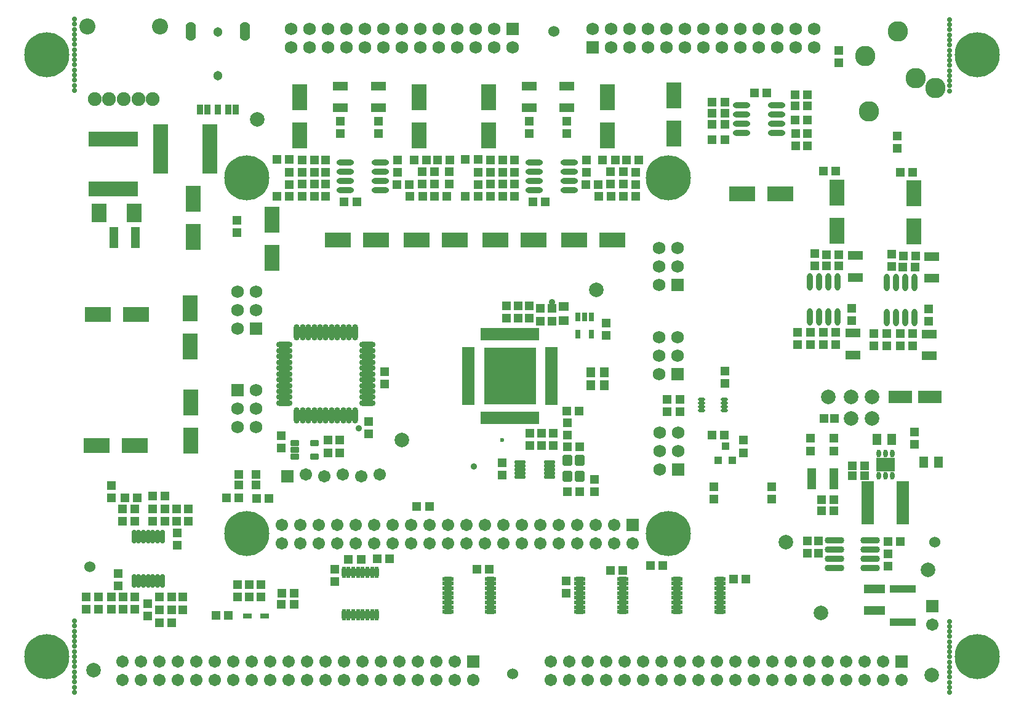
<source format=gts>
G04*
G04 #@! TF.GenerationSoftware,Altium Limited,Altium Designer,19.0.15 (446)*
G04*
G04 Layer_Color=8388736*
%FSLAX44Y44*%
%MOMM*%
G71*
G01*
G75*
%ADD63R,1.2032X1.2532*%
%ADD64R,1.2532X1.2032*%
%ADD65R,1.4032X1.2032*%
%ADD66R,1.2032X1.4032*%
%ADD67R,1.2032X1.6032*%
%ADD68R,1.2032X1.3032*%
%ADD69R,1.3032X1.2032*%
%ADD70C,2.0000*%
%ADD71R,2.0032X2.5032*%
%ADD72R,2.0532X3.6032*%
%ADD73C,0.6000*%
%ADD74O,1.0032X0.5032*%
%ADD75R,1.0032X1.1032*%
%ADD76R,2.1532X6.8032*%
%ADD77R,0.9032X1.4032*%
%ADD78R,3.6032X2.0532*%
%ADD79O,2.4032X0.8032*%
%ADD80R,2.0032X1.3032*%
%ADD81O,0.8032X2.4032*%
%ADD82O,1.6032X0.5032*%
%ADD83R,3.2032X1.8032*%
%ADD84R,1.3032X3.0032*%
%ADD85R,2.6032X1.8532*%
%ADD86O,0.6032X1.1032*%
%ADD87O,0.6532X1.6032*%
%ADD88O,1.6032X0.6532*%
%ADD89O,2.7032X0.9032*%
%ADD90R,0.5032X1.6532*%
%ADD91R,1.6532X0.5032*%
%ADD92R,7.2032X7.8232*%
%ADD93R,1.7272X5.9032*%
G04:AMPARAMS|DCode=94|XSize=1.6032mm|YSize=1.4032mm|CornerRadius=0.4016mm|HoleSize=0mm|Usage=FLASHONLY|Rotation=90.000|XOffset=0mm|YOffset=0mm|HoleType=Round|Shape=RoundedRectangle|*
%AMROUNDEDRECTD94*
21,1,1.6032,0.6000,0,0,90.0*
21,1,0.8000,1.4032,0,0,90.0*
1,1,0.8032,0.3000,0.4000*
1,1,0.8032,0.3000,-0.4000*
1,1,0.8032,-0.3000,-0.4000*
1,1,0.8032,-0.3000,0.4000*
%
%ADD94ROUNDEDRECTD94*%
%ADD95R,3.6332X1.0932*%
%ADD96R,1.2782X0.7032*%
%ADD97R,6.8032X2.1532*%
%ADD98R,0.8032X1.3032*%
G04:AMPARAMS|DCode=99|XSize=0.6532mm|YSize=1.8032mm|CornerRadius=0.1511mm|HoleSize=0mm|Usage=FLASHONLY|Rotation=180.000|XOffset=0mm|YOffset=0mm|HoleType=Round|Shape=RoundedRectangle|*
%AMROUNDEDRECTD99*
21,1,0.6532,1.5010,0,0,180.0*
21,1,0.3510,1.8032,0,0,180.0*
1,1,0.3022,-0.1755,0.7505*
1,1,0.3022,0.1755,0.7505*
1,1,0.3022,0.1755,-0.7505*
1,1,0.3022,-0.1755,-0.7505*
%
%ADD99ROUNDEDRECTD99*%
%ADD100O,2.2532X0.8032*%
%ADD101O,0.8032X2.2532*%
G04:AMPARAMS|DCode=102|XSize=0.8032mm|YSize=1.2032mm|CornerRadius=0.1526mm|HoleSize=0mm|Usage=FLASHONLY|Rotation=90.000|XOffset=0mm|YOffset=0mm|HoleType=Round|Shape=RoundedRectangle|*
%AMROUNDEDRECTD102*
21,1,0.8032,0.8980,0,0,90.0*
21,1,0.4980,1.2032,0,0,90.0*
1,1,0.3052,0.4490,0.2490*
1,1,0.3052,0.4490,-0.2490*
1,1,0.3052,-0.4490,-0.2490*
1,1,0.3052,-0.4490,0.2490*
%
%ADD102ROUNDEDRECTD102*%
%ADD103R,3.0032X1.3032*%
%ADD104R,1.7032X1.7032*%
%ADD105C,1.7032*%
%ADD106C,1.7532*%
%ADD107R,1.7532X1.7532*%
%ADD108C,0.7032*%
%ADD109R,1.7032X1.7032*%
%ADD110C,2.0032*%
%ADD111C,2.2032*%
%ADD112C,1.9032*%
%ADD113C,1.5240*%
%ADD114C,6.2032*%
%ADD115O,1.4112X2.6192*%
%ADD116C,1.3032*%
%ADD117C,2.8032*%
%ADD118R,1.7532X1.7532*%
%ADD119C,0.9032*%
D63*
X224250Y-630499D02*
D03*
Y-645499D02*
D03*
X247750Y-630499D02*
D03*
Y-645499D02*
D03*
D64*
X1043893Y-553683D02*
D03*
X1028893D02*
D03*
D65*
X671392Y-418998D02*
D03*
Y-399998D02*
D03*
D66*
X708049Y-507901D02*
D03*
X727049D02*
D03*
Y-490138D02*
D03*
X708049D02*
D03*
D67*
X1102000Y-582433D02*
D03*
X1122000D02*
D03*
X1166250Y-614183D02*
D03*
X1186250D02*
D03*
D68*
X1049269Y-343955D02*
D03*
X1032269D02*
D03*
X1137835Y-345225D02*
D03*
X1154835D02*
D03*
X1045459Y-435395D02*
D03*
X1028459D02*
D03*
X1134025Y-436665D02*
D03*
X1151025D02*
D03*
X115000Y-799684D02*
D03*
X132000D02*
D03*
X692750Y-654433D02*
D03*
X675750D02*
D03*
Y-592433D02*
D03*
X692750D02*
D03*
X735655Y-763032D02*
D03*
X752655D02*
D03*
X568570Y-760943D02*
D03*
X551570D02*
D03*
X105750Y-660534D02*
D03*
X122750D02*
D03*
X1042750Y-665683D02*
D03*
X1025750D02*
D03*
X1117111Y-723159D02*
D03*
X1134111D02*
D03*
X904630Y-775096D02*
D03*
X921630D02*
D03*
X441605Y-232057D02*
D03*
X458605D02*
D03*
X718135Y-232057D02*
D03*
X701135D02*
D03*
X645662Y-255893D02*
D03*
X628662D02*
D03*
X209750Y-824545D02*
D03*
X192750D02*
D03*
X282750Y-809182D02*
D03*
X299750D02*
D03*
X386133Y-255893D02*
D03*
X369132D02*
D03*
X675501Y-543951D02*
D03*
X692501D02*
D03*
X892407Y-118327D02*
D03*
X875407D02*
D03*
X989634Y-108110D02*
D03*
X1006634D02*
D03*
X1032660Y-328715D02*
D03*
X1049660D02*
D03*
X1155225Y-329985D02*
D03*
X1138225D02*
D03*
X1028459Y-213653D02*
D03*
X1045460D02*
D03*
X1151025Y-214923D02*
D03*
X1134025D02*
D03*
X1028459Y-452412D02*
D03*
X1045459D02*
D03*
X1151025Y-453682D02*
D03*
X1134025D02*
D03*
X84574Y-662741D02*
D03*
X67574D02*
D03*
X115000Y-816683D02*
D03*
X132000D02*
D03*
X115000Y-834433D02*
D03*
X132000D02*
D03*
X807330Y-755863D02*
D03*
X790330D02*
D03*
X431410Y-746974D02*
D03*
X414410D02*
D03*
X469020Y-674583D02*
D03*
X486020D02*
D03*
X375040Y-747500D02*
D03*
X392040D02*
D03*
X283250Y-793964D02*
D03*
X300250D02*
D03*
X1085000Y-632183D02*
D03*
X1068000D02*
D03*
X1025425Y-680683D02*
D03*
X1042425D02*
D03*
X1068000Y-618506D02*
D03*
X1085000D02*
D03*
X465145Y-198375D02*
D03*
X482145D02*
D03*
X741674Y-198375D02*
D03*
X724674D02*
D03*
X497402Y-198375D02*
D03*
X514403D02*
D03*
X773932Y-198375D02*
D03*
X756932D02*
D03*
X476190Y-214022D02*
D03*
X493190D02*
D03*
X752720Y-214022D02*
D03*
X735720D02*
D03*
X493500Y-247871D02*
D03*
X510500D02*
D03*
X770029Y-247871D02*
D03*
X753029D02*
D03*
X476190Y-230915D02*
D03*
X493190D02*
D03*
X752720Y-230915D02*
D03*
X735720D02*
D03*
X476680Y-247897D02*
D03*
X459680D02*
D03*
X719210Y-247897D02*
D03*
X736210D02*
D03*
X327966Y-198548D02*
D03*
X310966D02*
D03*
X570496Y-198548D02*
D03*
X587496D02*
D03*
X293393Y-197512D02*
D03*
X276394D02*
D03*
X535923Y-197512D02*
D03*
X552923D02*
D03*
X327966Y-215058D02*
D03*
X310966D02*
D03*
X570496Y-215058D02*
D03*
X587496D02*
D03*
X293393Y-247872D02*
D03*
X276394D02*
D03*
X535923Y-247872D02*
D03*
X552923D02*
D03*
X327966Y-231568D02*
D03*
X310966D02*
D03*
X327966Y-247896D02*
D03*
X310966D02*
D03*
X570496Y-247896D02*
D03*
X587496D02*
D03*
Y-231568D02*
D03*
X570496D02*
D03*
X891875Y-576810D02*
D03*
X874875D02*
D03*
X207000Y-663183D02*
D03*
X224000D02*
D03*
X248250Y-663433D02*
D03*
X265250D02*
D03*
X950437Y-105896D02*
D03*
X933437D02*
D03*
X875407Y-170143D02*
D03*
X892407D02*
D03*
X875407Y-148861D02*
D03*
X892407D02*
D03*
X875407Y-134043D02*
D03*
X892407D02*
D03*
X1006634Y-143473D02*
D03*
X989634D02*
D03*
X989634Y-123684D02*
D03*
X1006634D02*
D03*
D69*
X1067254Y-419003D02*
D03*
Y-402003D02*
D03*
X1172820Y-403273D02*
D03*
Y-420273D02*
D03*
X992324Y-452395D02*
D03*
Y-435395D02*
D03*
X1097890Y-436665D02*
D03*
Y-453665D02*
D03*
X63500Y-677816D02*
D03*
Y-694816D02*
D03*
X355600Y-778333D02*
D03*
Y-761333D02*
D03*
X31250Y-798933D02*
D03*
Y-815933D02*
D03*
X48500Y-798933D02*
D03*
Y-815933D02*
D03*
X154500Y-695066D02*
D03*
Y-678066D02*
D03*
X813596Y-544403D02*
D03*
Y-527403D02*
D03*
X1006250Y-739183D02*
D03*
Y-722183D02*
D03*
X1021225Y-722433D02*
D03*
Y-739433D02*
D03*
X513900Y-231412D02*
D03*
Y-214412D02*
D03*
X770030Y-215055D02*
D03*
Y-232055D02*
D03*
X442780Y-198374D02*
D03*
Y-215374D02*
D03*
X702310Y-215374D02*
D03*
Y-198374D02*
D03*
X343720Y-198374D02*
D03*
Y-215374D02*
D03*
X603250Y-215374D02*
D03*
Y-198374D02*
D03*
X293393Y-232058D02*
D03*
Y-215058D02*
D03*
X552923Y-215058D02*
D03*
Y-232057D02*
D03*
X343721Y-248394D02*
D03*
Y-231394D02*
D03*
X603251Y-231394D02*
D03*
Y-248394D02*
D03*
X222500Y-799433D02*
D03*
Y-782433D02*
D03*
X1153938Y-589183D02*
D03*
Y-572183D02*
D03*
X98500Y-808434D02*
D03*
Y-825434D02*
D03*
X956826Y-647740D02*
D03*
Y-664740D02*
D03*
X892749Y-488399D02*
D03*
Y-505399D02*
D03*
X424810Y-506086D02*
D03*
Y-489086D02*
D03*
X363133Y-583778D02*
D03*
Y-600779D02*
D03*
X729352Y-439633D02*
D03*
Y-422633D02*
D03*
X282000Y-594183D02*
D03*
Y-577183D02*
D03*
X346750Y-583779D02*
D03*
Y-600779D02*
D03*
X1117111Y-757183D02*
D03*
Y-740183D02*
D03*
X1016639Y-326565D02*
D03*
Y-343565D02*
D03*
X1122205Y-344835D02*
D03*
Y-327835D02*
D03*
X1010104Y-452395D02*
D03*
Y-435395D02*
D03*
X1115670Y-436665D02*
D03*
Y-453665D02*
D03*
X674370Y-793964D02*
D03*
Y-776964D02*
D03*
X58250Y-766933D02*
D03*
Y-783933D02*
D03*
X14000Y-815933D02*
D03*
Y-798933D02*
D03*
X49000Y-645683D02*
D03*
Y-662683D02*
D03*
X80500Y-677816D02*
D03*
Y-694816D02*
D03*
X65000Y-798933D02*
D03*
Y-815933D02*
D03*
X81250Y-815933D02*
D03*
Y-798933D02*
D03*
X139000Y-711433D02*
D03*
Y-728433D02*
D03*
X138500Y-694816D02*
D03*
Y-677816D02*
D03*
X147074Y-799683D02*
D03*
Y-816683D02*
D03*
X122750Y-677816D02*
D03*
Y-694816D02*
D03*
X105750Y-694816D02*
D03*
Y-677816D02*
D03*
X656250Y-590686D02*
D03*
Y-573686D02*
D03*
X640324Y-573683D02*
D03*
Y-590683D02*
D03*
X675750Y-576824D02*
D03*
Y-559823D02*
D03*
X624750Y-573683D02*
D03*
Y-590683D02*
D03*
X586000Y-614944D02*
D03*
Y-631944D02*
D03*
X830900Y-527403D02*
D03*
Y-544403D02*
D03*
X238250Y-782433D02*
D03*
Y-799433D02*
D03*
X415732Y-144562D02*
D03*
Y-161562D02*
D03*
X675262Y-161562D02*
D03*
Y-144563D02*
D03*
X363662Y-161562D02*
D03*
Y-144562D02*
D03*
X623192Y-144562D02*
D03*
Y-161562D02*
D03*
X918208Y-600778D02*
D03*
Y-583778D02*
D03*
X877583Y-647740D02*
D03*
Y-664740D02*
D03*
X1042425Y-581242D02*
D03*
Y-598242D02*
D03*
X654723Y-402592D02*
D03*
Y-419592D02*
D03*
X608000Y-415933D02*
D03*
Y-398933D02*
D03*
X403000Y-575000D02*
D03*
Y-558000D02*
D03*
X254750Y-799683D02*
D03*
Y-782683D02*
D03*
X1130191Y-182453D02*
D03*
Y-165453D02*
D03*
X1049573Y-47423D02*
D03*
Y-64423D02*
D03*
X990131Y-178643D02*
D03*
Y-161643D02*
D03*
X1006634Y-178643D02*
D03*
Y-161643D02*
D03*
X592425Y-415933D02*
D03*
Y-398933D02*
D03*
X639149Y-402592D02*
D03*
Y-419592D02*
D03*
X623574Y-415933D02*
D03*
Y-398933D02*
D03*
X220980Y-281425D02*
D03*
Y-298425D02*
D03*
X713400Y-637500D02*
D03*
Y-654500D02*
D03*
X1010604Y-598242D02*
D03*
Y-581243D02*
D03*
D70*
X249174Y-142494D02*
D03*
X24384Y-899922D02*
D03*
X1177544Y-907034D02*
D03*
D71*
X31380Y-270723D02*
D03*
X80380D02*
D03*
D72*
X822303Y-109610D02*
D03*
Y-162111D02*
D03*
X1046934Y-242784D02*
D03*
Y-295283D02*
D03*
X1152500Y-296553D02*
D03*
Y-244054D02*
D03*
X161290Y-251141D02*
D03*
Y-303641D02*
D03*
X731260Y-163933D02*
D03*
Y-111433D02*
D03*
X567312Y-163933D02*
D03*
Y-111433D02*
D03*
X157589Y-584433D02*
D03*
Y-531933D02*
D03*
X157251Y-402518D02*
D03*
Y-455018D02*
D03*
X471730Y-163933D02*
D03*
Y-111433D02*
D03*
X307782Y-163933D02*
D03*
Y-111433D02*
D03*
X269472Y-280262D02*
D03*
Y-332762D02*
D03*
D73*
X586000Y-583433D02*
D03*
D74*
X892320Y-542463D02*
D03*
Y-537463D02*
D03*
Y-532463D02*
D03*
Y-527463D02*
D03*
X860320Y-542463D02*
D03*
Y-537463D02*
D03*
Y-532463D02*
D03*
Y-527463D02*
D03*
D75*
X883906Y-611433D02*
D03*
X902906D02*
D03*
X893406Y-591434D02*
D03*
D76*
X116050Y-183093D02*
D03*
X184550D02*
D03*
D77*
X219790Y-128433D02*
D03*
X209790D02*
D03*
X195290D02*
D03*
X180790D02*
D03*
X170790D02*
D03*
D78*
X521086Y-308002D02*
D03*
X468586D02*
D03*
X360404Y-308003D02*
D03*
X412904D02*
D03*
X28750Y-590683D02*
D03*
X81250D02*
D03*
X684950Y-308002D02*
D03*
X737450D02*
D03*
X629268Y-308003D02*
D03*
X576768D02*
D03*
X82250Y-410933D02*
D03*
X29750D02*
D03*
X916861Y-244419D02*
D03*
X969361D02*
D03*
D79*
X418800Y-239422D02*
D03*
Y-226722D02*
D03*
Y-214022D02*
D03*
Y-201322D02*
D03*
X370800Y-239422D02*
D03*
Y-226722D02*
D03*
Y-214022D02*
D03*
Y-201322D02*
D03*
X630329D02*
D03*
Y-214022D02*
D03*
Y-226722D02*
D03*
Y-239422D02*
D03*
X678330Y-201322D02*
D03*
Y-214022D02*
D03*
Y-226722D02*
D03*
Y-239422D02*
D03*
X963861Y-160910D02*
D03*
Y-148210D02*
D03*
Y-135510D02*
D03*
Y-122810D02*
D03*
X915861Y-160910D02*
D03*
Y-148210D02*
D03*
Y-135510D02*
D03*
Y-122810D02*
D03*
D80*
X1072032Y-329463D02*
D03*
Y-359464D02*
D03*
X1068524Y-466143D02*
D03*
Y-436143D02*
D03*
X1177598Y-360733D02*
D03*
Y-330733D02*
D03*
X1174090Y-437413D02*
D03*
Y-467413D02*
D03*
X415732Y-96433D02*
D03*
Y-126433D02*
D03*
X675262Y-96433D02*
D03*
Y-126433D02*
D03*
X363662Y-96433D02*
D03*
Y-126433D02*
D03*
X623192Y-96433D02*
D03*
Y-126433D02*
D03*
D81*
X1009799Y-413675D02*
D03*
X1022499D02*
D03*
X1035199D02*
D03*
X1047899D02*
D03*
X1009799Y-365675D02*
D03*
X1022499D02*
D03*
X1035199D02*
D03*
X1047899D02*
D03*
X1153465Y-366945D02*
D03*
X1140765D02*
D03*
X1128065D02*
D03*
X1115365D02*
D03*
X1153465Y-414945D02*
D03*
X1140765D02*
D03*
X1128065D02*
D03*
X1115365D02*
D03*
D82*
X651250Y-633933D02*
D03*
Y-628933D02*
D03*
Y-623933D02*
D03*
Y-618933D02*
D03*
Y-613933D02*
D03*
X610750Y-633933D02*
D03*
Y-628933D02*
D03*
Y-623933D02*
D03*
Y-618933D02*
D03*
Y-613933D02*
D03*
D83*
X1133750Y-523683D02*
D03*
X1174750D02*
D03*
D84*
X1012500Y-636698D02*
D03*
X1042500D02*
D03*
X51786Y-305013D02*
D03*
X81786D02*
D03*
D85*
X1114000Y-617183D02*
D03*
D86*
X1104500Y-601933D02*
D03*
X1114000D02*
D03*
X1123500D02*
D03*
Y-632433D02*
D03*
X1114000D02*
D03*
X1104500D02*
D03*
D87*
X368383Y-824170D02*
D03*
X374883D02*
D03*
X381383D02*
D03*
X387884D02*
D03*
X394383D02*
D03*
X400883D02*
D03*
X407383D02*
D03*
X413884D02*
D03*
X368383Y-765170D02*
D03*
X374883D02*
D03*
X381383D02*
D03*
X387884D02*
D03*
X394383D02*
D03*
X400883D02*
D03*
X407383D02*
D03*
X413884D02*
D03*
D88*
X511520Y-774295D02*
D03*
Y-780795D02*
D03*
Y-787295D02*
D03*
Y-793795D02*
D03*
Y-800295D02*
D03*
Y-806795D02*
D03*
Y-813295D02*
D03*
Y-819795D02*
D03*
X570520Y-774295D02*
D03*
Y-780795D02*
D03*
Y-787295D02*
D03*
Y-793795D02*
D03*
Y-800295D02*
D03*
Y-806795D02*
D03*
Y-813295D02*
D03*
Y-819795D02*
D03*
X693130Y-774295D02*
D03*
Y-787295D02*
D03*
Y-813295D02*
D03*
Y-806795D02*
D03*
Y-800295D02*
D03*
Y-793795D02*
D03*
Y-780795D02*
D03*
Y-819795D02*
D03*
X752130Y-774295D02*
D03*
Y-780795D02*
D03*
Y-787295D02*
D03*
Y-793795D02*
D03*
Y-800295D02*
D03*
Y-806795D02*
D03*
Y-813295D02*
D03*
Y-819795D02*
D03*
X886071D02*
D03*
Y-813295D02*
D03*
Y-806795D02*
D03*
Y-800295D02*
D03*
Y-793795D02*
D03*
Y-787295D02*
D03*
Y-780795D02*
D03*
Y-774295D02*
D03*
X827071Y-819795D02*
D03*
Y-813295D02*
D03*
Y-806795D02*
D03*
Y-800295D02*
D03*
Y-793795D02*
D03*
Y-787295D02*
D03*
Y-780795D02*
D03*
Y-774295D02*
D03*
D89*
X1092500Y-759233D02*
D03*
Y-746533D02*
D03*
Y-733833D02*
D03*
Y-721133D02*
D03*
X1043500Y-759233D02*
D03*
Y-746533D02*
D03*
Y-733833D02*
D03*
Y-721133D02*
D03*
D90*
X634441Y-438151D02*
D03*
X629441D02*
D03*
X624441D02*
D03*
X619441D02*
D03*
X614441D02*
D03*
X609441D02*
D03*
X604441D02*
D03*
X599441D02*
D03*
X594441D02*
D03*
X589441D02*
D03*
X584441D02*
D03*
X579441D02*
D03*
X574441D02*
D03*
X569442D02*
D03*
X564441D02*
D03*
X559442D02*
D03*
Y-552650D02*
D03*
X564441D02*
D03*
X569442D02*
D03*
X574441D02*
D03*
X579441D02*
D03*
X584441D02*
D03*
X589441D02*
D03*
X594441D02*
D03*
X599441D02*
D03*
X604441D02*
D03*
X609441D02*
D03*
X614441D02*
D03*
X619441D02*
D03*
X624441D02*
D03*
X629441D02*
D03*
X634441D02*
D03*
D91*
X539692Y-457901D02*
D03*
Y-462901D02*
D03*
Y-467901D02*
D03*
Y-472901D02*
D03*
Y-477901D02*
D03*
Y-482900D02*
D03*
Y-487901D02*
D03*
Y-492900D02*
D03*
Y-497901D02*
D03*
Y-502900D02*
D03*
Y-507901D02*
D03*
Y-512900D02*
D03*
Y-517901D02*
D03*
Y-522900D02*
D03*
Y-527901D02*
D03*
Y-532900D02*
D03*
X654191D02*
D03*
Y-527901D02*
D03*
Y-522900D02*
D03*
Y-517901D02*
D03*
Y-512900D02*
D03*
Y-507901D02*
D03*
Y-502900D02*
D03*
Y-497901D02*
D03*
Y-492900D02*
D03*
Y-487901D02*
D03*
Y-482900D02*
D03*
Y-477901D02*
D03*
Y-472901D02*
D03*
Y-467901D02*
D03*
Y-462901D02*
D03*
Y-457901D02*
D03*
D92*
X596942Y-495401D02*
D03*
D93*
X1089120Y-669683D02*
D03*
X1137380D02*
D03*
D94*
X675750Y-633492D02*
D03*
Y-611492D02*
D03*
X692750D02*
D03*
Y-633492D02*
D03*
D95*
X1137125Y-834380D02*
D03*
Y-787880D02*
D03*
D96*
X236130Y-825433D02*
D03*
X259370D02*
D03*
D97*
X51500Y-238183D02*
D03*
Y-169683D02*
D03*
D98*
X709294Y-413933D02*
D03*
X699794D02*
D03*
X690294D02*
D03*
Y-437933D02*
D03*
X709294D02*
D03*
D99*
X118617Y-716624D02*
D03*
X112117D02*
D03*
X105617D02*
D03*
X99117D02*
D03*
X92617D02*
D03*
X86117D02*
D03*
X79617D02*
D03*
X118617Y-777625D02*
D03*
X112117D02*
D03*
X105617D02*
D03*
X99117D02*
D03*
X92617D02*
D03*
X86117D02*
D03*
X79617D02*
D03*
D100*
X286691Y-452433D02*
D03*
Y-460433D02*
D03*
Y-468433D02*
D03*
Y-476433D02*
D03*
Y-484433D02*
D03*
Y-492433D02*
D03*
Y-500433D02*
D03*
Y-508433D02*
D03*
Y-516433D02*
D03*
Y-524433D02*
D03*
Y-532433D02*
D03*
X400692D02*
D03*
Y-524433D02*
D03*
Y-516433D02*
D03*
Y-508433D02*
D03*
Y-500433D02*
D03*
Y-492433D02*
D03*
Y-484433D02*
D03*
Y-476433D02*
D03*
Y-468433D02*
D03*
Y-460433D02*
D03*
Y-452433D02*
D03*
D101*
X303692Y-549433D02*
D03*
X311691D02*
D03*
X319692D02*
D03*
X327691D02*
D03*
X335691D02*
D03*
X343691D02*
D03*
X351691D02*
D03*
X359691D02*
D03*
X367691D02*
D03*
X375691D02*
D03*
X383691D02*
D03*
Y-435433D02*
D03*
X375691D02*
D03*
X367691D02*
D03*
X359691D02*
D03*
X351691D02*
D03*
X343691D02*
D03*
X335691D02*
D03*
X327691D02*
D03*
X319692D02*
D03*
X311691D02*
D03*
X303692D02*
D03*
D102*
X328250Y-587183D02*
D03*
Y-606183D02*
D03*
X300750D02*
D03*
Y-596683D02*
D03*
Y-587183D02*
D03*
D103*
X1098500Y-788308D02*
D03*
Y-818308D02*
D03*
D104*
X765750Y-699933D02*
D03*
X546700Y-888230D02*
D03*
X1135700D02*
D03*
D105*
X740350Y-699933D02*
D03*
X714950D02*
D03*
X689550D02*
D03*
X664150D02*
D03*
X638750D02*
D03*
X613350D02*
D03*
X587950D02*
D03*
X562550D02*
D03*
X537150D02*
D03*
X511750D02*
D03*
X486350D02*
D03*
X460950D02*
D03*
X435550D02*
D03*
X410150D02*
D03*
X384750D02*
D03*
X359350D02*
D03*
X333950D02*
D03*
X308550D02*
D03*
X283150D02*
D03*
X765750Y-725333D02*
D03*
X740350D02*
D03*
X714950D02*
D03*
X689550D02*
D03*
X664150D02*
D03*
X638750D02*
D03*
X613350D02*
D03*
X587950D02*
D03*
X562550D02*
D03*
X537150D02*
D03*
X511750D02*
D03*
X486350D02*
D03*
X460950D02*
D03*
X435550D02*
D03*
X410150D02*
D03*
X384750D02*
D03*
X359350D02*
D03*
X333950D02*
D03*
X308550D02*
D03*
X283150D02*
D03*
X521300Y-888230D02*
D03*
X495900D02*
D03*
X470500D02*
D03*
X445100D02*
D03*
X419700D02*
D03*
X394300D02*
D03*
X368900D02*
D03*
X343500D02*
D03*
X318100D02*
D03*
X292700D02*
D03*
X267300D02*
D03*
X241900D02*
D03*
X216500D02*
D03*
X191100D02*
D03*
X165700D02*
D03*
X140300D02*
D03*
X114900D02*
D03*
X89500D02*
D03*
X64100D02*
D03*
X546700Y-913630D02*
D03*
X521300D02*
D03*
X495900D02*
D03*
X470500D02*
D03*
X445100D02*
D03*
X419700D02*
D03*
X394300D02*
D03*
X368900D02*
D03*
X343500D02*
D03*
X318100D02*
D03*
X292700D02*
D03*
X267300D02*
D03*
X241900D02*
D03*
X216500D02*
D03*
X191100D02*
D03*
X165700D02*
D03*
X140300D02*
D03*
X114900D02*
D03*
X89500D02*
D03*
X64100D02*
D03*
X1110300Y-888230D02*
D03*
X1084900D02*
D03*
X1059500D02*
D03*
X1034100D02*
D03*
X1008700D02*
D03*
X983300D02*
D03*
X957900D02*
D03*
X932500D02*
D03*
X907100D02*
D03*
X881700D02*
D03*
X856300D02*
D03*
X830900D02*
D03*
X805500D02*
D03*
X780100D02*
D03*
X754700D02*
D03*
X729300D02*
D03*
X703900D02*
D03*
X678500D02*
D03*
X653100D02*
D03*
X1135700Y-913630D02*
D03*
X1110300D02*
D03*
X1084900D02*
D03*
X1059500D02*
D03*
X1034100D02*
D03*
X1008700D02*
D03*
X983300D02*
D03*
X957900D02*
D03*
X932500D02*
D03*
X907100D02*
D03*
X881700D02*
D03*
X856300D02*
D03*
X830900D02*
D03*
X805500D02*
D03*
X780100D02*
D03*
X754700D02*
D03*
X729300D02*
D03*
X703900D02*
D03*
X678500D02*
D03*
X653100D02*
D03*
X1178000Y-837400D02*
D03*
X417650Y-630683D02*
D03*
X392250Y-633683D02*
D03*
X366850Y-630683D02*
D03*
X341450Y-633683D02*
D03*
X316050Y-630683D02*
D03*
D106*
X914130Y-17433D02*
D03*
Y-42833D02*
D03*
X939530D02*
D03*
Y-17433D02*
D03*
X888730D02*
D03*
Y-42833D02*
D03*
X837930D02*
D03*
X863330D02*
D03*
X837930Y-17433D02*
D03*
X863330D02*
D03*
X812530D02*
D03*
Y-42833D02*
D03*
X761730Y-17433D02*
D03*
X736330D02*
D03*
X710930D02*
D03*
X761730Y-42833D02*
D03*
X736330D02*
D03*
X787130D02*
D03*
Y-17433D02*
D03*
X964930Y-42833D02*
D03*
Y-17433D02*
D03*
X1015730D02*
D03*
Y-42833D02*
D03*
X990330D02*
D03*
Y-17433D02*
D03*
X397557Y-42833D02*
D03*
Y-17433D02*
D03*
X372157D02*
D03*
Y-42833D02*
D03*
X422957D02*
D03*
Y-17433D02*
D03*
X473757D02*
D03*
X448357D02*
D03*
X473757Y-42833D02*
D03*
X448357D02*
D03*
X499157D02*
D03*
Y-17433D02*
D03*
X549957Y-42833D02*
D03*
X575357D02*
D03*
X600757D02*
D03*
X549957Y-17433D02*
D03*
X575357D02*
D03*
X524557D02*
D03*
Y-42833D02*
D03*
X346757Y-17433D02*
D03*
Y-42833D02*
D03*
X295957D02*
D03*
Y-17433D02*
D03*
X321357D02*
D03*
Y-42833D02*
D03*
X828258Y-598524D02*
D03*
Y-573124D02*
D03*
X802858Y-623924D02*
D03*
Y-598524D02*
D03*
Y-573124D02*
D03*
X827700Y-467213D02*
D03*
Y-441813D02*
D03*
X802300Y-492613D02*
D03*
Y-467213D02*
D03*
Y-441813D02*
D03*
X222299Y-540326D02*
D03*
Y-565726D02*
D03*
X247700Y-514926D02*
D03*
Y-540326D02*
D03*
Y-565726D02*
D03*
X247700Y-404492D02*
D03*
Y-379092D02*
D03*
X222300Y-429892D02*
D03*
Y-404492D02*
D03*
Y-379092D02*
D03*
X827550Y-344933D02*
D03*
Y-319533D02*
D03*
X802150Y-370333D02*
D03*
Y-344933D02*
D03*
Y-319533D02*
D03*
D107*
X710930Y-42833D02*
D03*
X600757Y-17433D02*
D03*
D108*
X1202000Y-832738D02*
D03*
Y-846738D02*
D03*
Y-839738D02*
D03*
Y-860738D02*
D03*
Y-867738D02*
D03*
Y-853738D02*
D03*
Y-895738D02*
D03*
Y-909737D02*
D03*
Y-902738D02*
D03*
Y-881738D02*
D03*
Y-888738D02*
D03*
Y-874738D02*
D03*
Y-923730D02*
D03*
Y-930730D02*
D03*
Y-916730D02*
D03*
Y-5027D02*
D03*
Y-19027D02*
D03*
Y-12027D02*
D03*
Y-33027D02*
D03*
Y-40027D02*
D03*
Y-26027D02*
D03*
Y-68027D02*
D03*
Y-82027D02*
D03*
Y-75027D02*
D03*
Y-54027D02*
D03*
Y-61027D02*
D03*
Y-47027D02*
D03*
Y-96020D02*
D03*
Y-103020D02*
D03*
Y-89020D02*
D03*
X-2000Y-4310D02*
D03*
Y-18310D02*
D03*
Y-11310D02*
D03*
Y-32310D02*
D03*
Y-39310D02*
D03*
Y-25310D02*
D03*
Y-67310D02*
D03*
Y-81310D02*
D03*
Y-74310D02*
D03*
Y-53310D02*
D03*
Y-60310D02*
D03*
Y-46310D02*
D03*
Y-95303D02*
D03*
Y-102303D02*
D03*
Y-88303D02*
D03*
Y-916303D02*
D03*
Y-930303D02*
D03*
Y-923303D02*
D03*
Y-874310D02*
D03*
Y-888310D02*
D03*
Y-881310D02*
D03*
Y-902310D02*
D03*
Y-909310D02*
D03*
Y-895310D02*
D03*
Y-853310D02*
D03*
Y-867310D02*
D03*
Y-860310D02*
D03*
Y-839310D02*
D03*
Y-846310D02*
D03*
Y-832310D02*
D03*
D109*
X1178000Y-812000D02*
D03*
X290650Y-633683D02*
D03*
D110*
X1065984Y-524406D02*
D03*
X1034994Y-524473D02*
D03*
X1172000Y-762183D02*
D03*
X977000Y-724183D02*
D03*
X1024571Y-821433D02*
D03*
X1065984Y-553683D02*
D03*
X1095500Y-524406D02*
D03*
X715940Y-377154D02*
D03*
X448000Y-583269D02*
D03*
X1095500Y-553683D02*
D03*
D111*
X115538Y-14392D02*
D03*
X15538D02*
D03*
D112*
X105538Y-114392D02*
D03*
X85538D02*
D03*
X65538D02*
D03*
X45538D02*
D03*
X25538D02*
D03*
D113*
X1181250Y-724112D02*
D03*
X657579Y-21500D02*
D03*
X18750Y-757433D02*
D03*
X600500Y-905000D02*
D03*
D114*
X-40000Y-53750D02*
D03*
X1240000Y-53731D02*
D03*
X-40000Y-881183D02*
D03*
X1240000Y-881146D02*
D03*
X815000Y-222433D02*
D03*
X235000D02*
D03*
X815000Y-712433D02*
D03*
X235000D02*
D03*
D115*
X232790Y-21433D02*
D03*
X157790D02*
D03*
D116*
X195290Y-22433D02*
D03*
Y-82433D02*
D03*
D117*
X1130500Y-21433D02*
D03*
X1182500Y-99433D02*
D03*
X1155500Y-85433D02*
D03*
X1090500Y-131433D02*
D03*
X1085500Y-55433D02*
D03*
D118*
X828258Y-623924D02*
D03*
X827700Y-492613D02*
D03*
X222299Y-514926D02*
D03*
X247700Y-429892D02*
D03*
X827550Y-370333D02*
D03*
D119*
X546995Y-619903D02*
D03*
X388788Y-567343D02*
D03*
X654723Y-393367D02*
D03*
M02*

</source>
